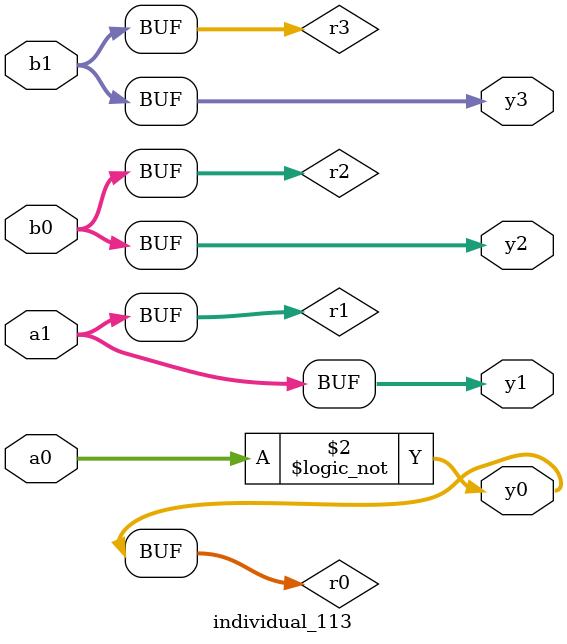
<source format=sv>
module individual_113(input logic [15:0] a1, input logic [15:0] a0, input logic [15:0] b1, input logic [15:0] b0, output logic [15:0] y3, output logic [15:0] y2, output logic [15:0] y1, output logic [15:0] y0);
logic [15:0] r0, r1, r2, r3; 
 always@(*) begin 
	 r0 = a0; r1 = a1; r2 = b0; r3 = b1; 
 	 r0 = ! a0 ;
 	 y3 = r3; y2 = r2; y1 = r1; y0 = r0; 
end
endmodule
</source>
